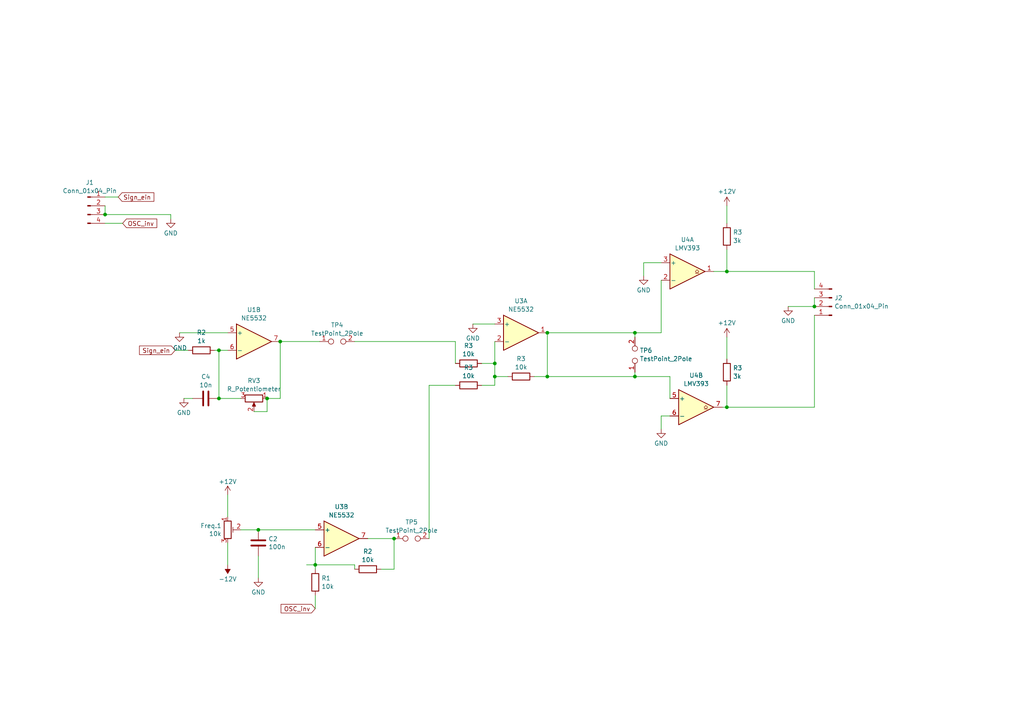
<source format=kicad_sch>
(kicad_sch (version 20230121) (generator eeschema)
  (paper "A4")
  (lib_symbols
    (symbol "Amplifier_Operational:NE5532" (pin_names (offset 0.127))
      (property "Reference" "U" (at 0 5.08 0))
      (property "Value" "NE5532" (at 0 -5.08 0))
      (symbol "NE5532_1_1"
        (polyline (pts (xy -5.08 5.08) (xy 5.08 0) (xy -5.08 -5.08) (xy -5.08 5.08)) (stroke (width 0.254)) (fill (type background)))
        (pin output line (at 7.62 0 180) (length 2.54) (name "~") (number "1"))
        (pin input line (at -7.62 -2.54 0) (length 2.54) (name "-") (number "2"))
        (pin input line (at -7.62 2.54 0) (length 2.54) (name "+") (number "3"))
      )
      (symbol "NE5532_2_1"
        (polyline (pts (xy -5.08 5.08) (xy 5.08 0) (xy -5.08 -5.08) (xy -5.08 5.08)) (stroke (width 0.254)) (fill (type background)))
        (pin input line (at -7.62 2.54 0) (length 2.54) (name "+") (number "5"))
        (pin input line (at -7.62 -2.54 0) (length 2.54) (name "-") (number "6"))
        (pin output line (at 7.62 0 180) (length 2.54) (name "~") (number "7"))
      )
      (symbol "NE5532_3_1"
        (pin power_in line (at -2.54 -7.62 90) (length 3.81) (name "V-") (number "4"))
        (pin power_in line (at -2.54 7.62 270) (length 3.81) (name "V+") (number "8"))
      )
    )
    (symbol "Comparator:LMV393" (pin_names (offset 0.127))
      (property "Reference" "U" (at 3.81 3.81 0))
      (property "Value" "LMV393" (at 6.35 -3.81 0))
      (symbol "LMV393_1_1"
        (polyline (pts (xy -5.08 5.08) (xy 5.08 0) (xy -5.08 -5.08) (xy -5.08 5.08)) (stroke (width 0.254)) (fill (type background)))
        (polyline (pts (xy 3.302 -0.508) (xy 2.794 -0.508) (xy 3.302 0) (xy 2.794 0.508) (xy 2.286 0) (xy 2.794 -0.508) (xy 2.286 -0.508)) (stroke (width 0.127)))
        (pin open_collector line (at 7.62 0 180) (length 2.54) (name "~") (number "1"))
        (pin input line (at -7.62 -2.54 0) (length 2.54) (name "-") (number "2"))
        (pin input line (at -7.62 2.54 0) (length 2.54) (name "+") (number "3"))
      )
      (symbol "LMV393_2_1"
        (polyline (pts (xy -5.08 5.08) (xy 5.08 0) (xy -5.08 -5.08) (xy -5.08 5.08)) (stroke (width 0.254)) (fill (type background)))
        (polyline (pts (xy 3.302 -0.508) (xy 2.794 -0.508) (xy 3.302 0) (xy 2.794 0.508) (xy 2.286 0) (xy 2.794 -0.508) (xy 2.286 -0.508)) (stroke (width 0.127)))
        (pin input line (at -7.62 2.54 0) (length 2.54) (name "+") (number "5"))
        (pin input line (at -7.62 -2.54 0) (length 2.54) (name "-") (number "6"))
        (pin open_collector line (at 7.62 0 180) (length 2.54) (name "~") (number "7"))
      )
      (symbol "LMV393_3_1"
        (pin power_in line (at -2.54 -7.62 90) (length 3.81) (name "V-") (number "4"))
        (pin power_in line (at -2.54 7.62 270) (length 3.81) (name "V+") (number "8"))
      )
    )
    (symbol "Connector:Conn_01x04_Pin" (pin_names (offset 1.016) hide)
      (property "Reference" "J" (at 0 5.08 0))
      (property "Value" "Conn_01x04_Pin" (at 0 -7.62 0))
      (symbol "Conn_01x04_Pin_1_1"
        (polyline (pts (xy 1.27 -5.08) (xy 0.8636 -5.08)) (stroke (width 0.1524)))
        (polyline (pts (xy 1.27 -2.54) (xy 0.8636 -2.54)) (stroke (width 0.1524)))
        (polyline (pts (xy 1.27 0) (xy 0.8636 0)) (stroke (width 0.1524)))
        (polyline (pts (xy 1.27 2.54) (xy 0.8636 2.54)) (stroke (width 0.1524)))
        (rectangle (start 0.8636 -4.953) (end 0 -5.207) (stroke (width 0.1524)) (fill (type outline)))
        (rectangle (start 0.8636 -2.413) (end 0 -2.667) (stroke (width 0.1524)) (fill (type outline)))
        (rectangle (start 0.8636 0.127) (end 0 -0.127) (stroke (width 0.1524)) (fill (type outline)))
        (rectangle (start 0.8636 2.667) (end 0 2.413) (stroke (width 0.1524)) (fill (type outline)))
        (pin passive line (at 5.08 2.54 180) (length 3.81) (name "Pin_1") (number "1"))
        (pin passive line (at 5.08 0 180) (length 3.81) (name "Pin_2") (number "2"))
        (pin passive line (at 5.08 -2.54 180) (length 3.81) (name "Pin_3") (number "3"))
        (pin passive line (at 5.08 -5.08 180) (length 3.81) (name "Pin_4") (number "4"))
      )
    )
    (symbol "Connector:TestPoint_2Pole" (pin_names (offset 0.762) hide)
      (property "Reference" "TP" (at 0 1.524 0))
      (property "Value" "TestPoint_2Pole" (at 0 -1.778 0))
      (symbol "TestPoint_2Pole_0_1"
        (circle (center -1.778 0) (radius 0.762))
        (circle (center 1.778 0) (radius 0.762))
        (pin passive line (at -5.08 0 0) (length 2.54) (name "1") (number "1"))
        (pin passive line (at 5.08 0 180) (length 2.54) (name "2") (number "2"))
      )
    )
    (symbol "Device:C" (pin_numbers hide) (pin_names (offset 0.254))
      (property "Reference" "C" (at 0.635 2.54 0))
      (property "Value" "C" (at 0.635 -2.54 0))
      (symbol "C_0_1"
        (polyline (pts (xy -2.032 -0.762) (xy 2.032 -0.762)) (stroke (width 0.508)))
        (polyline (pts (xy -2.032 0.762) (xy 2.032 0.762)) (stroke (width 0.508)))
      )
      (symbol "C_1_1"
        (pin passive line (at 0 3.81 270) (length 2.794) (name "~") (number "1"))
        (pin passive line (at 0 -3.81 90) (length 2.794) (name "~") (number "2"))
      )
    )
    (symbol "Device:R" (pin_numbers hide) (pin_names (offset 0))
      (property "Reference" "R" (at 2.032 0 90))
      (property "Value" "R" (at 0 0 90))
      (symbol "R_0_1"
        (rectangle (start -1.016 -2.54) (end 1.016 2.54) (stroke (width 0.254)))
      )
      (symbol "R_1_1"
        (pin passive line (at 0 3.81 270) (length 1.27) (name "~") (number "1"))
        (pin passive line (at 0 -3.81 90) (length 1.27) (name "~") (number "2"))
      )
    )
    (symbol "Device:R_Potentiometer" (pin_names (offset 1.016) hide)
      (property "Reference" "RV" (at -4.445 0 90))
      (property "Value" "R_Potentiometer" (at -2.54 0 90))
      (symbol "R_Potentiometer_0_1"
        (polyline (pts (xy 2.54 0) (xy 1.524 0)))
        (polyline (pts (xy 1.143 0) (xy 2.286 0.508) (xy 2.286 -0.508) (xy 1.143 0)) (fill (type outline)))
        (rectangle (start 1.016 2.54) (end -1.016 -2.54) (stroke (width 0.254)))
      )
      (symbol "R_Potentiometer_1_1"
        (pin passive line (at 0 3.81 270) (length 1.27) (name "1") (number "1"))
        (pin passive line (at 3.81 0 180) (length 1.27) (name "2") (number "2"))
        (pin passive line (at 0 -3.81 90) (length 1.27) (name "3") (number "3"))
      )
    )
    (symbol "HBruecke2-rescue:R_POT_TRIM-Device" (pin_names (offset 1.016) hide)
      (property "Reference" "RV" (at -4.445 0 90))
      (property "Value" "Device_R_POT_TRIM" (at -2.54 0 90))
      (symbol "R_POT_TRIM-Device_0_1"
        (polyline (pts (xy 1.524 0.762) (xy 1.524 -0.762)))
        (polyline (pts (xy 2.54 0) (xy 1.524 0)))
        (rectangle (start 1.016 2.54) (end -1.016 -2.54) (stroke (width 0.254)))
      )
      (symbol "R_POT_TRIM-Device_1_1"
        (pin passive line (at 0 3.81 270) (length 1.27) (name "1") (number "1"))
        (pin passive line (at 3.81 0 180) (length 1.27) (name "2") (number "2"))
        (pin passive line (at 0 -3.81 90) (length 1.27) (name "3") (number "3"))
      )
    )
    (symbol "power:+12V" (power) (pin_names (offset 0))
      (property "Value" "+12V" (at 0 3.556 0))
      (symbol "+12V_0_1"
        (polyline (pts (xy -0.762 1.27) (xy 0 2.54)))
        (polyline (pts (xy 0 0) (xy 0 2.54)))
        (polyline (pts (xy 0 2.54) (xy 0.762 1.27)))
      )
      (symbol "+12V_1_1"
        (pin power_in line (at 0 0 90) (length 0) hide (name "+12V") (number "1"))
      )
    )
    (symbol "power:-12V" (power) (pin_names (offset 0))
      (property "Value" "-12V" (at 0 3.81 0))
      (symbol "-12V_0_0"
        (pin power_in line (at 0 0 90) (length 0) hide (name "-12V") (number "1"))
      )
      (symbol "-12V_0_1"
        (polyline (pts (xy 0 0) (xy 0 1.27) (xy 0.762 1.27) (xy 0 2.54) (xy -0.762 1.27) (xy 0 1.27)) (fill (type outline)))
      )
    )
    (symbol "power:GND" (power) (pin_names (offset 0))
      (property "Value" "GND" (at 0 -3.81 0))
      (symbol "GND_0_1"
        (polyline (pts (xy 0 0) (xy 0 -1.27) (xy 1.27 -1.27) (xy 0 -2.54) (xy -1.27 -1.27) (xy 0 -1.27)))
      )
      (symbol "GND_1_1"
        (pin power_in line (at 0 0 270) (length 0) hide (name "GND") (number "1"))
      )
    )
  )
  (junction (at 210.82 118.11))
  (junction (at 158.75 96.52))
  (junction (at 63.5 115.57))
  (junction (at 77.47 115.57))
  (junction (at 114.3 156.21))
  (junction (at 143.51 105.41))
  (junction (at 63.5 101.6))
  (junction (at 143.51 109.22))
  (junction (at 210.82 78.74))
  (junction (at 91.44 163.83))
  (junction (at 30.48 62.23))
  (junction (at 184.15 96.52))
  (junction (at 81.28 99.06))
  (junction (at 236.22 88.9))
  (junction (at 184.15 109.22))
  (junction (at 74.93 153.67))
  (junction (at 158.75 109.22))
  (wire (pts (xy 210.82 118.11) (xy 210.82 111.76)))
  (wire (pts (xy 228.6 88.9) (xy 236.22 88.9)))
  (wire (pts (xy 184.15 107.95) (xy 184.15 109.22)))
  (wire (pts (xy 158.75 109.22) (xy 184.15 109.22)))
  (wire (pts (xy 69.85 115.57) (xy 63.5 115.57)))
  (wire (pts (xy 143.51 99.06) (xy 143.51 105.41)))
  (wire (pts (xy 91.44 172.72) (xy 91.44 176.53)))
  (wire (pts (xy 88.9 163.83) (xy 91.44 163.83)))
  (wire (pts (xy 102.87 163.83) (xy 102.87 165.1)))
  (wire (pts (xy 186.69 80.01) (xy 186.69 76.2)))
  (wire (pts (xy 210.82 97.79) (xy 210.82 104.14)))
  (wire (pts (xy 194.31 109.22) (xy 194.31 115.57)))
  (wire (pts (xy 110.49 165.1) (xy 114.3 165.1)))
  (wire (pts (xy 143.51 111.76) (xy 143.51 109.22)))
  (wire (pts (xy 91.44 163.83) (xy 102.87 163.83)))
  (wire (pts (xy 209.55 118.11) (xy 210.82 118.11)))
  (wire (pts (xy 186.69 76.2) (xy 191.77 76.2)))
  (wire (pts (xy 77.47 119.38) (xy 77.47 115.57)))
  (wire (pts (xy 184.15 96.52) (xy 191.77 96.52)))
  (wire (pts (xy 143.51 109.22) (xy 147.32 109.22)))
  (wire (pts (xy 236.22 78.74) (xy 236.22 83.82)))
  (wire (pts (xy 66.04 143.51) (xy 66.04 149.86)))
  (wire (pts (xy 69.85 153.67) (xy 74.93 153.67)))
  (wire (pts (xy 74.93 161.29) (xy 74.93 167.64)))
  (wire (pts (xy 210.82 78.74) (xy 236.22 78.74)))
  (wire (pts (xy 53.34 115.57) (xy 55.88 115.57)))
  (wire (pts (xy 91.44 158.75) (xy 91.44 163.83)))
  (wire (pts (xy 30.48 57.15) (xy 34.29 57.15)))
  (wire (pts (xy 91.44 163.83) (xy 91.44 165.1)))
  (wire (pts (xy 158.75 96.52) (xy 158.75 109.22)))
  (wire (pts (xy 132.08 99.06) (xy 132.08 105.41)))
  (wire (pts (xy 30.48 64.77) (xy 35.56 64.77)))
  (wire (pts (xy 81.28 99.06) (xy 92.71 99.06)))
  (wire (pts (xy 66.04 157.48) (xy 66.04 163.83)))
  (wire (pts (xy 236.22 118.11) (xy 236.22 91.44)))
  (wire (pts (xy 236.22 86.36) (xy 236.22 88.9)))
  (wire (pts (xy 62.23 101.6) (xy 63.5 101.6)))
  (wire (pts (xy 191.77 120.65) (xy 194.31 120.65)))
  (wire (pts (xy 210.82 118.11) (xy 236.22 118.11)))
  (wire (pts (xy 184.15 109.22) (xy 194.31 109.22)))
  (wire (pts (xy 73.66 119.38) (xy 77.47 119.38)))
  (wire (pts (xy 81.28 115.57) (xy 81.28 99.06)))
  (wire (pts (xy 49.53 62.23) (xy 49.53 63.5)))
  (wire (pts (xy 124.46 111.76) (xy 132.08 111.76)))
  (wire (pts (xy 143.51 93.98) (xy 137.16 93.98)))
  (wire (pts (xy 207.01 78.74) (xy 210.82 78.74)))
  (wire (pts (xy 139.7 111.76) (xy 143.51 111.76)))
  (wire (pts (xy 63.5 115.57) (xy 63.5 101.6)))
  (wire (pts (xy 191.77 124.46) (xy 191.77 120.65)))
  (wire (pts (xy 77.47 115.57) (xy 81.28 115.57)))
  (wire (pts (xy 52.07 96.52) (xy 66.04 96.52)))
  (wire (pts (xy 210.82 78.74) (xy 210.82 72.39)))
  (wire (pts (xy 114.3 156.21) (xy 114.3 165.1)))
  (wire (pts (xy 102.87 99.06) (xy 132.08 99.06)))
  (wire (pts (xy 30.48 62.23) (xy 49.53 62.23)))
  (wire (pts (xy 158.75 96.52) (xy 184.15 96.52)))
  (wire (pts (xy 74.93 153.67) (xy 91.44 153.67)))
  (wire (pts (xy 143.51 105.41) (xy 143.51 109.22)))
  (wire (pts (xy 210.82 59.69) (xy 210.82 64.77)))
  (wire (pts (xy 30.48 59.69) (xy 30.48 62.23)))
  (wire (pts (xy 124.46 156.21) (xy 124.46 111.76)))
  (wire (pts (xy 139.7 105.41) (xy 143.51 105.41)))
  (wire (pts (xy 106.68 156.21) (xy 114.3 156.21)))
  (wire (pts (xy 191.77 96.52) (xy 191.77 81.28)))
  (wire (pts (xy 184.15 96.52) (xy 184.15 97.79)))
  (wire (pts (xy 154.94 109.22) (xy 158.75 109.22)))
  (wire (pts (xy 63.5 101.6) (xy 66.04 101.6)))
  (wire (pts (xy 50.8 101.6) (xy 54.61 101.6)))
  (global_label "Sign_ein" (shape input) (at 34.29 57.15 0) (property "Intersheetrefs" "${INTERSHEET_REFS}" (effects hide)))
  (global_label "OSC_inv" (shape input) (at 91.44 176.53 180) (property "Intersheetrefs" "${INTERSHEET_REFS}" (effects hide)))
  (global_label "OSC_inv" (shape input) (at 35.56 64.77 0) (property "Intersheetrefs" "${INTERSHEET_REFS}" (effects hide)))
  (global_label "Sign_ein" (shape input) (at 50.8 101.6 180) (property "Intersheetrefs" "${INTERSHEET_REFS}" (effects hide)))
  (symbol (lib_id "Connector:TestPoint_2Pole") (at 97.79 99.06 0) (unit 1)
    (property "Reference" "TP4" (at 97.79 94.2807 0))
    (property "Value" "TestPoint_2Pole" (at 97.79 96.7049 0))
    (property "Footprint" "Connector_PinHeader_2.54mm:PinHeader_1x02_P2.54mm_Vertical" (effects hide))
  )
  (symbol (lib_id "power:+12V") (at 66.04 143.51 0) (unit 1)
    (property "Reference" "#PWR06" (effects hide))
    (property "Value" "+12V" (at 66.04 139.7 0))
  )
  (symbol (lib_id "Connector:Conn_01x04_Pin") (at 241.3 88.9 180) (unit 1)
    (property "Reference" "J2" (at 242.0112 86.4179 0) (effects (justify right)))
    (property "Value" "Conn_01x04_Pin" (at 242.0112 88.8421 0) (effects (justify right)))
    (property "Footprint" "Connector_PinHeader_2.54mm:PinHeader_1x04_P2.54mm_Vertical" (effects hide))
  )
  (symbol (lib_id "Device:C") (at 74.93 157.48 0) (unit 1)
    (property "Reference" "C2" (at 77.851 156.3116 0) (effects (justify left)))
    (property "Value" "100n" (at 77.851 158.623 0) (effects (justify left)))
    (property "Footprint" "Capacitor_SMD:C_0805_2012Metric_Pad1.18x1.45mm_HandSolder" (effects hide))
    (instances (project "HBruecke2" (path "" (reference "C2") (unit 1))) (project "OP-D-Amp" (path "" (reference "C6") (unit 1)) (path "" (reference "C5") (unit 1))))
  )
  (symbol (lib_id "Device:R") (at 106.68 165.1 90) (unit 1)
    (property "Reference" "R2" (at 106.68 159.9397 90))
    (property "Value" "10k" (at 106.68 162.3639 90))
    (property "Footprint" "Resistor_SMD:R_0805_2012Metric_Pad1.20x1.40mm_HandSolder" (effects hide))
    (instances (project "OP-D-Amp" (path "" (reference "R2") (unit 1)) (path "" (reference "R4") (unit 1))))
  )
  (symbol (lib_id "HBruecke2-rescue:R_POT_TRIM-Device") (at 66.04 153.67 0) (unit 1)
    (property "Reference" "Freq.1" (at 64.262 152.5016 0) (effects (justify right)))
    (property "Value" "10k" (at 64.262 154.813 0) (effects (justify right)))
    (property "Footprint" "Potentiometer_THT:Potentiometer_Bourns_3296W_Vertical" (effects hide))
    (instances (project "HBruecke2" (path "" (reference "Freq.1") (unit 1))) (project "OP-D-Amp" (path "" (reference "Freq.1") (unit 1)) (path "" (reference "Offset_Eing1") (unit 1))))
  )
  (symbol (lib_id "Device:R_Potentiometer") (at 73.66 115.57 270) (unit 1)
    (property "Reference" "RV3" (at 73.66 110.4097 90))
    (property "Value" "R_Potentiometer" (at 73.66 112.8339 90))
    (property "Footprint" "Potentiometer_THT:Potentiometer_Bourns_3296W_Vertical" (effects hide))
    (instances (project "OP-D-Amp" (path "" (reference "RV3") (unit 1)) (path "" (reference "Volume1") (unit 1))))
  )
  (symbol (lib_id "power:GND") (at 137.16 93.98 0) (unit 1)
    (property "Reference" "#PWR010" (effects hide))
    (property "Value" "GND" (at 137.16 98.1131 0))
  )
  (symbol (lib_id "Device:R") (at 210.82 107.95 180) (unit 1)
    (property "Reference" "R3" (at 212.598 106.7379 0) (effects (justify right)))
    (property "Value" "3k" (at 212.598 109.1621 0) (effects (justify right)))
    (property "Footprint" "Resistor_SMD:R_0805_2012Metric_Pad1.20x1.40mm_HandSolder" (effects hide))
    (instances (project "OP-D-Amp" (path "" (reference "R3") (unit 1)) (path "" (reference "R9") (unit 1))))
  )
  (symbol (lib_id "Amplifier_Operational:NE5532") (at 73.66 99.06 0) (unit 2)
    (property "Reference" "U1" (at 73.66 89.8357 0))
    (property "Value" "NE5532" (at 73.66 92.2599 0))
    (property "Footprint" "Package_SO:SOP-8_3.76x4.96mm_P1.27mm" (effects hide))
    (property "Datasheet" "http://www.ti.com/lit/ds/symlink/ne5532.pdf" (effects hide))
    (instances (project "OP-D-Amp" (path "" (reference "U1") (unit 2)) (path "" (reference "U2") (unit 2))))
  )
  (symbol (lib_id "Device:R") (at 151.13 109.22 90) (unit 1)
    (property "Reference" "R3" (at 151.13 104.0597 90))
    (property "Value" "10k" (at 151.13 106.4839 90))
    (property "Footprint" "Resistor_SMD:R_0805_2012Metric_Pad1.20x1.40mm_HandSolder" (effects hide))
    (instances (project "OP-D-Amp" (path "" (reference "R3") (unit 1)) (path "" (reference "R7") (unit 1))))
  )
  (symbol (lib_id "Comparator:LMV393") (at 201.93 118.11 0) (unit 2)
    (property "Reference" "U4" (at 201.93 108.8857 0))
    (property "Value" "LMV393" (at 201.93 111.3099 0))
    (property "Footprint" "Package_SO:SOP-8_3.76x4.96mm_P1.27mm" (effects hide))
    (property "Datasheet" "http://www.ti.com/lit/ds/symlink/lmv331.pdf" (effects hide))
  )
  (symbol (lib_id "Connector:TestPoint_2Pole") (at 119.38 156.21 0) (unit 1)
    (property "Reference" "TP5" (at 119.38 151.4307 0))
    (property "Value" "TestPoint_2Pole" (at 119.38 153.8549 0))
    (property "Footprint" "Connector_PinHeader_2.54mm:PinHeader_1x02_P2.54mm_Vertical" (effects hide))
  )
  (symbol (lib_id "power:GND") (at 53.34 115.57 0) (unit 1)
    (property "Reference" "#PWR07" (effects hide))
    (property "Value" "GND" (at 53.34 119.7031 0))
    (instances (project "OP-D-Amp" (path "" (reference "#PWR07") (unit 1)) (path "" (reference "#PWR05") (unit 1))))
  )
  (symbol (lib_id "Device:R") (at 135.89 105.41 90) (unit 1)
    (property "Reference" "R3" (at 135.89 100.2497 90))
    (property "Value" "10k" (at 135.89 102.6739 90))
    (property "Footprint" "Resistor_SMD:R_0805_2012Metric_Pad1.20x1.40mm_HandSolder" (effects hide))
    (instances (project "OP-D-Amp" (path "" (reference "R3") (unit 1)) (path "" (reference "R5") (unit 1))))
  )
  (symbol (lib_id "Connector:TestPoint_2Pole") (at 184.15 102.87 90) (unit 1)
    (property "Reference" "TP6" (at 185.547 101.6579 90) (effects (justify right)))
    (property "Value" "TestPoint_2Pole" (at 185.547 104.0821 90) (effects (justify right)))
    (property "Footprint" "Connector_PinHeader_2.54mm:PinHeader_1x02_P2.54mm_Vertical" (effects hide))
  )
  (symbol (lib_id "Device:R") (at 58.42 101.6 90) (unit 1)
    (property "Reference" "R2" (at 58.42 96.4397 90))
    (property "Value" "1k" (at 58.42 98.8639 90))
    (property "Footprint" "Resistor_SMD:R_0805_2012Metric_Pad1.20x1.40mm_HandSolder" (effects hide))
  )
  (symbol (lib_id "Device:R") (at 210.82 68.58 180) (unit 1)
    (property "Reference" "R3" (at 212.598 67.3679 0) (effects (justify right)))
    (property "Value" "3k" (at 212.598 69.7921 0) (effects (justify right)))
    (property "Footprint" "Resistor_SMD:R_0805_2012Metric_Pad1.20x1.40mm_HandSolder" (effects hide))
    (instances (project "OP-D-Amp" (path "" (reference "R3") (unit 1)) (path "" (reference "R8") (unit 1))))
  )
  (symbol (lib_id "power:+12V") (at 210.82 59.69 0) (unit 1)
    (property "Reference" "#PWR013" (effects hide))
    (property "Value" "+12V" (at 210.82 55.5569 0))
  )
  (symbol (lib_id "power:GND") (at 228.6 88.9 0) (unit 1)
    (property "Reference" "#PWR015" (effects hide))
    (property "Value" "GND" (at 228.6 93.0331 0))
  )
  (symbol (lib_id "power:GND") (at 52.07 96.52 0) (unit 1)
    (property "Reference" "#PWR01" (effects hide))
    (property "Value" "GND" (at 52.197 100.9142 0))
    (instances (project "HBruecke2" (path "" (reference "#PWR01") (unit 1))) (project "OP-D-Amp" (path "" (reference "#PWR01") (unit 1)) (path "" (reference "#PWR04") (unit 1))))
  )
  (symbol (lib_id "Amplifier_Operational:NE5532") (at 151.13 96.52 0) (unit 1)
    (property "Reference" "U3" (at 151.13 87.2957 0))
    (property "Value" "NE5532" (at 151.13 89.7199 0))
    (property "Footprint" "Package_SO:SOP-8_3.76x4.96mm_P1.27mm" (effects hide))
    (property "Datasheet" "http://www.ti.com/lit/ds/symlink/ne5532.pdf" (effects hide))
  )
  (symbol (lib_id "power:-12V") (at 66.04 163.83 180) (unit 1)
    (property "Reference" "#PWR07" (effects hide))
    (property "Value" "-12V" (at 66.04 167.9631 0))
  )
  (symbol (lib_id "Amplifier_Operational:NE5532") (at 99.06 156.21 0) (unit 2)
    (property "Reference" "U3" (at 99.06 146.9857 0))
    (property "Value" "NE5532" (at 99.06 149.4099 0))
    (property "Footprint" "Package_SO:SOP-8_3.76x4.96mm_P1.27mm" (effects hide))
    (property "Datasheet" "http://www.ti.com/lit/ds/symlink/ne5532.pdf" (effects hide))
  )
  (symbol (lib_id "Connector:Conn_01x04_Pin") (at 25.4 59.69 0) (unit 1)
    (property "Reference" "J1" (at 26.035 52.9295 0))
    (property "Value" "Conn_01x04_Pin" (at 26.035 55.3537 0))
    (property "Footprint" "Connector_PinHeader_2.54mm:PinHeader_1x04_P2.54mm_Vertical" (effects hide))
  )
  (symbol (lib_id "power:GND") (at 74.93 167.64 0) (unit 1)
    (property "Reference" "#PWR08" (effects hide))
    (property "Value" "GND" (at 74.93 171.7731 0))
  )
  (symbol (lib_id "Comparator:LMV393") (at 199.39 78.74 0) (unit 1)
    (property "Reference" "U4" (at 199.39 69.5157 0))
    (property "Value" "LMV393" (at 199.39 71.9399 0))
    (property "Footprint" "Package_SO:SOP-8_3.76x4.96mm_P1.27mm" (effects hide))
    (property "Datasheet" "http://www.ti.com/lit/ds/symlink/lmv331.pdf" (effects hide))
  )
  (symbol (lib_id "power:GND") (at 186.69 80.01 0) (unit 1)
    (property "Reference" "#PWR011" (effects hide))
    (property "Value" "GND" (at 186.69 84.1431 0))
  )
  (symbol (lib_id "Device:R") (at 135.89 111.76 90) (unit 1)
    (property "Reference" "R3" (at 135.89 106.5997 90))
    (property "Value" "10k" (at 135.89 109.0239 90))
    (property "Footprint" "Resistor_SMD:R_0805_2012Metric_Pad1.20x1.40mm_HandSolder" (effects hide))
    (instances (project "OP-D-Amp" (path "" (reference "R3") (unit 1)) (path "" (reference "R6") (unit 1))))
  )
  (symbol (lib_id "Device:R") (at 91.44 168.91 180) (unit 1)
    (property "Reference" "R1" (at 93.218 167.6979 0) (effects (justify right)))
    (property "Value" "10k" (at 93.218 170.1221 0) (effects (justify right)))
    (property "Footprint" "Resistor_SMD:R_0805_2012Metric_Pad1.20x1.40mm_HandSolder" (effects hide))
    (instances (project "OP-D-Amp" (path "" (reference "R1") (unit 1)) (path "" (reference "R3") (unit 1))))
  )
  (symbol (lib_id "power:+12V") (at 210.82 97.79 0) (unit 1)
    (property "Reference" "#PWR014" (effects hide))
    (property "Value" "+12V" (at 210.82 93.6569 0))
  )
  (symbol (lib_id "power:GND") (at 191.77 124.46 0) (unit 1)
    (property "Reference" "#PWR012" (effects hide))
    (property "Value" "GND" (at 191.77 128.5931 0))
  )
  (symbol (lib_id "Device:C") (at 59.69 115.57 90) (unit 1)
    (property "Reference" "C4" (at 59.69 109.2667 90))
    (property "Value" "10n" (at 59.69 111.6909 90))
    (property "Footprint" "Capacitor_SMD:C_0805_2012Metric_Pad1.18x1.45mm_HandSolder" (effects hide))
  )
  (symbol (lib_id "power:GND") (at 49.53 63.5 0) (unit 1)
    (property "Reference" "#PWR03" (effects hide))
    (property "Value" "GND" (at 49.53 67.6331 0))
  )
)
</source>
